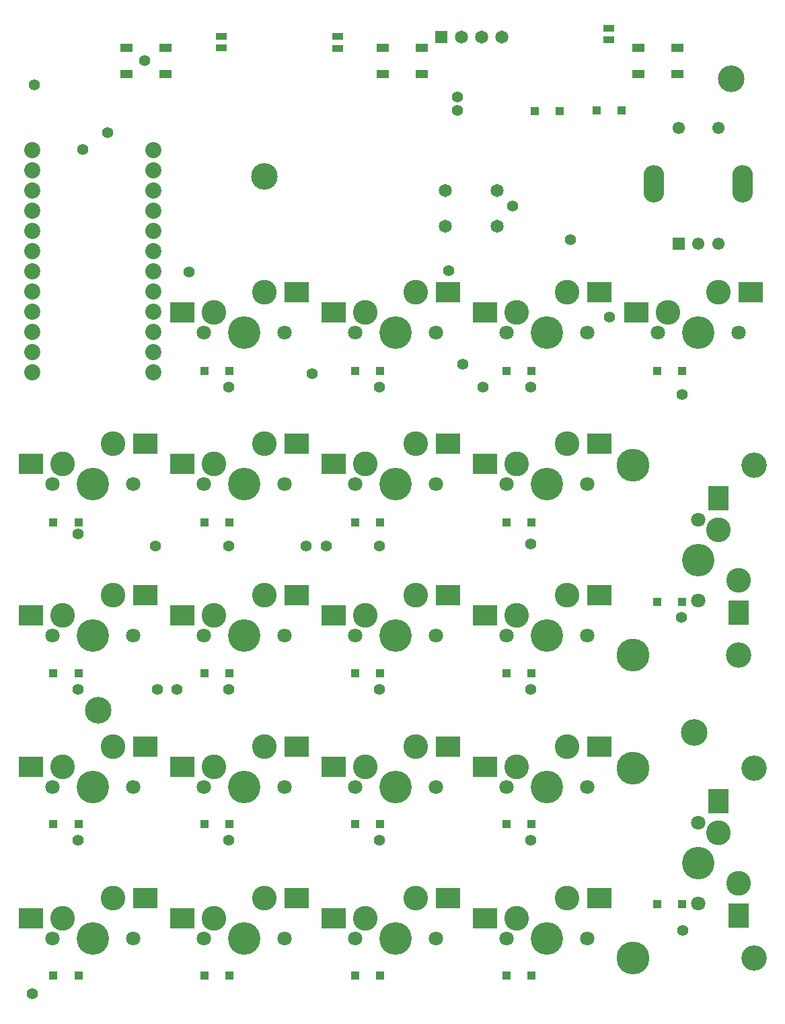
<source format=gbs>
G04*
G04 #@! TF.GenerationSoftware,Altium Limited,Altium Designer,21.9.1 (22)*
G04*
G04 Layer_Color=16711935*
%FSLAX25Y25*%
%MOIN*%
G70*
G04*
G04 #@! TF.SameCoordinates,29281BF1-B37C-4538-9C3D-308B06FF8435*
G04*
G04*
G04 #@! TF.FilePolarity,Negative*
G04*
G01*
G75*
%ADD16C,0.16291*%
%ADD17C,0.12591*%
%ADD18C,0.12213*%
%ADD19C,0.07102*%
%ADD20C,0.16102*%
%ADD21C,0.13189*%
G04:AMPARAMS|DCode=22|XSize=102.36mil|YSize=185.04mil|CornerRadius=51.18mil|HoleSize=0mil|Usage=FLASHONLY|Rotation=0.000|XOffset=0mil|YOffset=0mil|HoleType=Round|Shape=RoundedRectangle|*
%AMROUNDEDRECTD22*
21,1,0.10236,0.08268,0,0,0.0*
21,1,0.00000,0.18504,0,0,0.0*
1,1,0.10236,0.00000,-0.04134*
1,1,0.10236,0.00000,-0.04134*
1,1,0.10236,0.00000,0.04134*
1,1,0.10236,0.00000,0.04134*
%
%ADD22ROUNDEDRECTD22*%
%ADD23C,0.06102*%
%ADD24R,0.06102X0.06102*%
%ADD25R,0.06496X0.06496*%
%ADD26C,0.06496*%
%ADD27C,0.07991*%
%ADD28C,0.05591*%
%ADD44R,0.05315X0.03740*%
%ADD47R,0.10244X0.12213*%
%ADD48R,0.12213X0.10244*%
%ADD49R,0.06496X0.04134*%
%ADD50R,0.04134X0.04331*%
D16*
X1816378Y744705D02*
D03*
Y650705D02*
D03*
Y594705D02*
D03*
Y500705D02*
D03*
D17*
X1868878Y650705D02*
D03*
X1876378Y744705D02*
D03*
Y594705D02*
D03*
Y500705D02*
D03*
D18*
X1858878Y562705D02*
D03*
X1868878Y537705D02*
D03*
X1758878Y520433D02*
D03*
X1783878Y530433D02*
D03*
X1683878Y520433D02*
D03*
X1708878Y530433D02*
D03*
X1608878Y520433D02*
D03*
X1633878Y530433D02*
D03*
X1533878Y520433D02*
D03*
X1558878Y530433D02*
D03*
X1533878Y595433D02*
D03*
X1558878Y605433D02*
D03*
X1608878Y595433D02*
D03*
X1633878Y605433D02*
D03*
X1683878Y595433D02*
D03*
X1708878Y605433D02*
D03*
X1758878Y595433D02*
D03*
X1783878Y605433D02*
D03*
X1758878Y670433D02*
D03*
X1783878Y680433D02*
D03*
X1683878Y670433D02*
D03*
X1708878Y680433D02*
D03*
X1608878Y670433D02*
D03*
X1633878Y680433D02*
D03*
X1533878Y670433D02*
D03*
X1558878Y680433D02*
D03*
Y755433D02*
D03*
X1533878Y745433D02*
D03*
X1608878D02*
D03*
X1633878Y755433D02*
D03*
X1683878Y745433D02*
D03*
X1708878Y755433D02*
D03*
X1758878Y745433D02*
D03*
X1783878Y755433D02*
D03*
X1858878Y712705D02*
D03*
X1868878Y687705D02*
D03*
X1858878Y830433D02*
D03*
X1833878Y820433D02*
D03*
X1783878Y830433D02*
D03*
X1758878Y820433D02*
D03*
X1708878Y830433D02*
D03*
X1683878Y820433D02*
D03*
X1633878Y830433D02*
D03*
X1608878Y820433D02*
D03*
D19*
X1848878Y527705D02*
D03*
Y567705D02*
D03*
X1793878Y510433D02*
D03*
X1753878D02*
D03*
X1718878D02*
D03*
X1678878D02*
D03*
X1643878D02*
D03*
X1603878D02*
D03*
X1568878D02*
D03*
X1528878D02*
D03*
X1568878Y585433D02*
D03*
X1528878D02*
D03*
X1643878D02*
D03*
X1603878D02*
D03*
X1718878D02*
D03*
X1678878D02*
D03*
X1793878D02*
D03*
X1753878D02*
D03*
X1793878Y660433D02*
D03*
X1753878D02*
D03*
X1718878D02*
D03*
X1678878D02*
D03*
X1643878D02*
D03*
X1603878D02*
D03*
X1568878D02*
D03*
X1528878D02*
D03*
Y735433D02*
D03*
X1568878D02*
D03*
X1643878D02*
D03*
X1603878D02*
D03*
X1718878D02*
D03*
X1678878D02*
D03*
X1793878D02*
D03*
X1753878D02*
D03*
X1848878Y677705D02*
D03*
Y717705D02*
D03*
X1828878Y810433D02*
D03*
X1868878D02*
D03*
X1753878D02*
D03*
X1793878D02*
D03*
X1678878D02*
D03*
X1718878D02*
D03*
X1603878D02*
D03*
X1643878D02*
D03*
D20*
X1848878Y547705D02*
D03*
X1773878Y510433D02*
D03*
X1698878D02*
D03*
X1623878D02*
D03*
X1548878D02*
D03*
Y585433D02*
D03*
X1623878D02*
D03*
X1698878D02*
D03*
X1773878D02*
D03*
Y660433D02*
D03*
X1698878D02*
D03*
X1623878D02*
D03*
X1548878D02*
D03*
Y735433D02*
D03*
X1623878D02*
D03*
X1698878D02*
D03*
X1773878D02*
D03*
X1848878Y697705D02*
D03*
Y810433D02*
D03*
X1773878D02*
D03*
X1698878D02*
D03*
X1623878D02*
D03*
D21*
X1551575Y623228D02*
D03*
X1865158Y936024D02*
D03*
X1633858Y887795D02*
D03*
X1846700Y612400D02*
D03*
D22*
X1870866Y884061D02*
D03*
X1826772D02*
D03*
D23*
X1858661Y911620D02*
D03*
X1838976D02*
D03*
X1858661Y854533D02*
D03*
X1848819D02*
D03*
D24*
X1838976D02*
D03*
D25*
X1721378Y956594D02*
D03*
D26*
X1731378D02*
D03*
X1741378D02*
D03*
X1751378D02*
D03*
X1749173Y880837D02*
D03*
Y863120D02*
D03*
X1723583D02*
D03*
Y880837D02*
D03*
D27*
X1578878Y900886D02*
D03*
Y890886D02*
D03*
Y880886D02*
D03*
Y870886D02*
D03*
Y860886D02*
D03*
Y850886D02*
D03*
Y840886D02*
D03*
Y830886D02*
D03*
Y820886D02*
D03*
Y810886D02*
D03*
Y800886D02*
D03*
Y790886D02*
D03*
X1518878Y900886D02*
D03*
Y890886D02*
D03*
Y880886D02*
D03*
Y870886D02*
D03*
Y860886D02*
D03*
Y850886D02*
D03*
Y840886D02*
D03*
Y830886D02*
D03*
Y820886D02*
D03*
Y810886D02*
D03*
Y800886D02*
D03*
Y790886D02*
D03*
D28*
X1616142Y633858D02*
D03*
X1519685Y933071D02*
D03*
X1556102Y909449D02*
D03*
X1729331Y920276D02*
D03*
Y927165D02*
D03*
X1785433Y856299D02*
D03*
X1541339Y710630D02*
D03*
X1579724Y704724D02*
D03*
X1616142D02*
D03*
X1654528D02*
D03*
X1664370D02*
D03*
X1690945D02*
D03*
X1840846Y779823D02*
D03*
X1765748Y705709D02*
D03*
X1742126Y783465D02*
D03*
X1765748D02*
D03*
X1690945D02*
D03*
X1616142D02*
D03*
X1756890Y873032D02*
D03*
X1580646Y633858D02*
D03*
X1541339D02*
D03*
X1590551D02*
D03*
X1840551Y669291D02*
D03*
X1690945Y633858D02*
D03*
X1765748D02*
D03*
X1541339Y559055D02*
D03*
X1616142D02*
D03*
X1690945D02*
D03*
X1765748D02*
D03*
X1841043Y514272D02*
D03*
X1657480Y790158D02*
D03*
X1732185Y794882D02*
D03*
X1596555Y840433D02*
D03*
X1804823Y818012D02*
D03*
X1725197Y841043D02*
D03*
X1543898Y901024D02*
D03*
X1574508Y945177D02*
D03*
X1518878Y482933D02*
D03*
D44*
X1670276Y951181D02*
D03*
Y957087D02*
D03*
X1612500Y951280D02*
D03*
Y957185D02*
D03*
X1804429Y961220D02*
D03*
Y955315D02*
D03*
D47*
X1858878Y578413D02*
D03*
X1868878Y521721D02*
D03*
X1858878Y728413D02*
D03*
X1868878Y671721D02*
D03*
D48*
X1743169Y520433D02*
D03*
X1799862Y530433D02*
D03*
X1668169Y520433D02*
D03*
X1724862Y530433D02*
D03*
X1593169Y520433D02*
D03*
X1649862Y530433D02*
D03*
X1518169Y520433D02*
D03*
X1574862Y530433D02*
D03*
X1518169Y595433D02*
D03*
X1574862Y605433D02*
D03*
X1593169Y595433D02*
D03*
X1649862Y605433D02*
D03*
X1668169Y595433D02*
D03*
X1724862Y605433D02*
D03*
X1743169Y595433D02*
D03*
X1799862Y605433D02*
D03*
X1743169Y670433D02*
D03*
X1799862Y680433D02*
D03*
X1668169Y670433D02*
D03*
X1724862Y680433D02*
D03*
X1593169Y670433D02*
D03*
X1649862Y680433D02*
D03*
X1518169Y670433D02*
D03*
X1574862Y680433D02*
D03*
Y755433D02*
D03*
X1518169Y745433D02*
D03*
X1593169D02*
D03*
X1649862Y755433D02*
D03*
X1668169Y745433D02*
D03*
X1724862Y755433D02*
D03*
X1743169Y745433D02*
D03*
X1799862Y755433D02*
D03*
X1874862Y830433D02*
D03*
X1818169Y820433D02*
D03*
X1799862Y830433D02*
D03*
X1743169Y820433D02*
D03*
X1724862Y830433D02*
D03*
X1668169Y820433D02*
D03*
X1649862Y830433D02*
D03*
X1593169Y820433D02*
D03*
D49*
X1692520Y951378D02*
D03*
Y938386D02*
D03*
X1711811D02*
D03*
Y951378D02*
D03*
X1565453D02*
D03*
Y938386D02*
D03*
X1584744D02*
D03*
Y951378D02*
D03*
X1819193D02*
D03*
Y938386D02*
D03*
X1838484D02*
D03*
Y951378D02*
D03*
D50*
X1753642Y492126D02*
D03*
X1766043Y492126D02*
D03*
X1691240D02*
D03*
X1678839Y492126D02*
D03*
X1840846Y791339D02*
D03*
X1828445Y791339D02*
D03*
X1541634Y716535D02*
D03*
X1529232Y716535D02*
D03*
X1616437Y791339D02*
D03*
X1604035Y791339D02*
D03*
X1616437Y492126D02*
D03*
X1604035Y492126D02*
D03*
X1541634Y492126D02*
D03*
X1529232Y492126D02*
D03*
X1840846Y527559D02*
D03*
X1828445Y527559D02*
D03*
X1766043Y566929D02*
D03*
X1753642Y566929D02*
D03*
X1691240Y566929D02*
D03*
X1678839Y566929D02*
D03*
X1616437Y566929D02*
D03*
X1604035Y566929D02*
D03*
X1541634Y566929D02*
D03*
X1529232Y566929D02*
D03*
X1840846Y677165D02*
D03*
X1828445Y677165D02*
D03*
X1766043Y641732D02*
D03*
X1753642Y641732D02*
D03*
X1691240Y641732D02*
D03*
X1678839Y641732D02*
D03*
X1616437Y641732D02*
D03*
X1604035Y641732D02*
D03*
X1541634Y641732D02*
D03*
X1529232Y641732D02*
D03*
X1766043Y716535D02*
D03*
X1753642Y716535D02*
D03*
X1691240Y716535D02*
D03*
X1678839Y716535D02*
D03*
X1616437Y716535D02*
D03*
X1604035Y716535D02*
D03*
X1798476Y920292D02*
D03*
X1810878Y920292D02*
D03*
X1780118Y920177D02*
D03*
X1767716Y920177D02*
D03*
X1766043Y791339D02*
D03*
X1753642Y791339D02*
D03*
X1691240Y791339D02*
D03*
X1678839Y791339D02*
D03*
M02*

</source>
